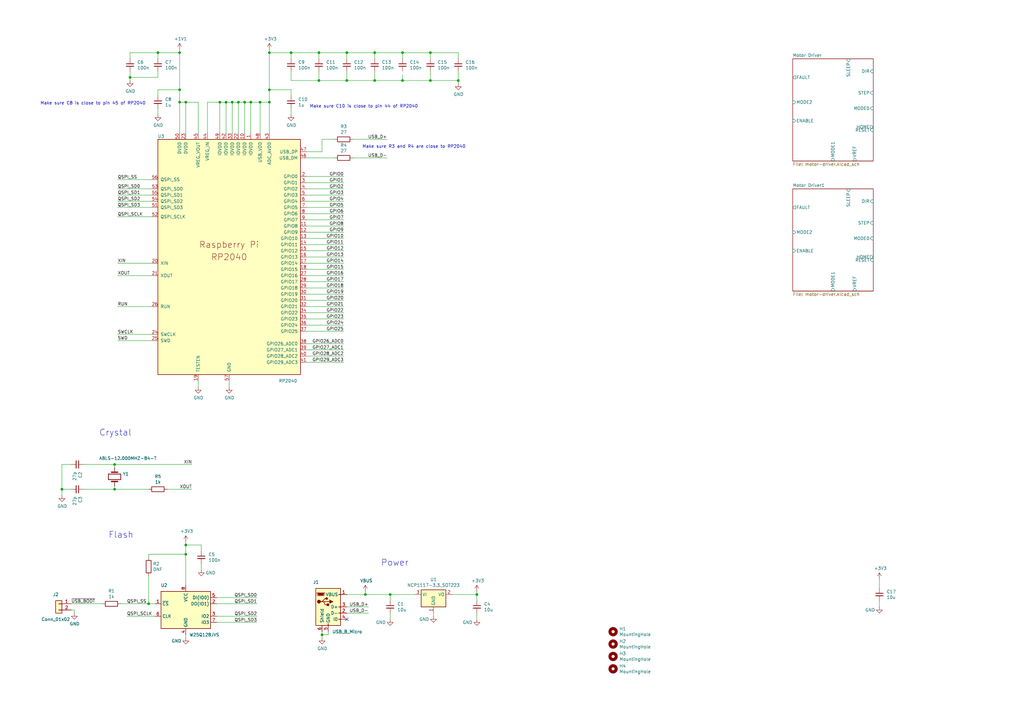
<source format=kicad_sch>
(kicad_sch (version 20230121) (generator eeschema)
  (paper "A3")
  (title_block (title "RP2040 Minimal Design Example") (date "2020-12-18") (rev "REV1") (company "Raspberry Pi (Trading) Ltd"))
  (lib_symbols
    (symbol "Connector_Generic:Conn_01x02" (pin_names (offset 1.016) hide)
      (property "Reference" "J" (at 0 2.54 0))
      (property "Value" "Conn_01x02" (at 0 -5.08 0))
      (symbol "Conn_01x02_1_1"
        (rectangle (start -1.27 -2.413) (end 0 -2.667) (stroke (width 0.1524)))
        (rectangle (start -1.27 0.127) (end 0 -0.127) (stroke (width 0.1524)))
        (rectangle (start -1.27 1.27) (end 1.27 -3.81) (stroke (width 0.254)) (fill (type background)))
        (pin passive line (at -5.08 0 0) (length 3.81) (name "Pin_1") (number "1"))
        (pin passive line (at -5.08 -2.54 0) (length 3.81) (name "Pin_2") (number "2"))
      )
    )
    (symbol "Device:C_Small" (pin_numbers hide) (pin_names (offset 0.254) hide)
      (property "Reference" "C" (at 0.254 1.778 0))
      (property "Value" "C_Small" (at 0.254 -2.032 0))
      (symbol "C_Small_0_1"
        (polyline (pts (xy -1.524 -0.508) (xy 1.524 -0.508)) (stroke (width 0.3302)))
        (polyline (pts (xy -1.524 0.508) (xy 1.524 0.508)) (stroke (width 0.3048)))
      )
      (symbol "C_Small_1_1"
        (pin passive line (at 0 2.54 270) (length 2.032) (name "~") (number "1"))
        (pin passive line (at 0 -2.54 90) (length 2.032) (name "~") (number "2"))
      )
    )
    (symbol "Device:Crystal" (pin_numbers hide) (pin_names (offset 1.016) hide)
      (property "Reference" "Y" (at 0 3.81 0))
      (property "Value" "Crystal" (at 0 -3.81 0))
      (symbol "Crystal_0_1"
        (rectangle (start -1.143 2.54) (end 1.143 -2.54) (stroke (width 0.3048)))
        (polyline (pts (xy -2.54 0) (xy -1.905 0)))
        (polyline (pts (xy -1.905 -1.27) (xy -1.905 1.27)) (stroke (width 0.508)))
        (polyline (pts (xy 1.905 -1.27) (xy 1.905 1.27)) (stroke (width 0.508)))
        (polyline (pts (xy 2.54 0) (xy 1.905 0)))
      )
      (symbol "Crystal_1_1"
        (pin passive line (at -3.81 0 0) (length 1.27) (name "1") (number "1"))
        (pin passive line (at 3.81 0 180) (length 1.27) (name "2") (number "2"))
      )
    )
    (symbol "Device:R" (pin_numbers hide) (pin_names (offset 0))
      (property "Reference" "R" (at 2.032 0 90))
      (property "Value" "R" (at 0 0 90))
      (symbol "R_0_1"
        (rectangle (start -1.016 -2.54) (end 1.016 2.54) (stroke (width 0.254)))
      )
      (symbol "R_1_1"
        (pin passive line (at 0 3.81 270) (length 1.27) (name "~") (number "1"))
        (pin passive line (at 0 -3.81 90) (length 1.27) (name "~") (number "2"))
      )
    )
    (symbol "MCU_RaspberryPi_RP2040:RP2040" (pin_names (offset 1.016))
      (property "Reference" "U" (at -29.21 49.53 0))
      (property "Value" "RP2040" (at 24.13 -49.53 0))
      (symbol "RP2040_0_0"
        (text "Raspberry Pi" (at 0 5.08 0) (effects (font (size 2.54 2.54))))
        (text "RP2040" (at 0 0 0) (effects (font (size 2.54 2.54))))
      )
      (symbol "RP2040_0_1"
        (rectangle (start 29.21 48.26) (end -29.21 -48.26) (stroke (width 0.254)) (fill (type background)))
      )
      (symbol "RP2040_1_1"
        (pin power_in line (at 8.89 50.8 270) (length 2.54) (name "IOVDD") (number "1"))
        (pin power_in line (at 6.35 50.8 270) (length 2.54) (name "IOVDD") (number "10"))
        (pin bidirectional line (at 31.75 12.7 180) (length 2.54) (name "GPIO8") (number "11"))
        (pin bidirectional line (at 31.75 10.16 180) (length 2.54) (name "GPIO9") (number "12"))
        (pin bidirectional line (at 31.75 7.62 180) (length 2.54) (name "GPIO10") (number "13"))
        (pin bidirectional line (at 31.75 5.08 180) (length 2.54) (name "GPIO11") (number "14"))
        (pin bidirectional line (at 31.75 2.54 180) (length 2.54) (name "GPIO12") (number "15"))
        (pin bidirectional line (at 31.75 0 180) (length 2.54) (name "GPIO13") (number "16"))
        (pin bidirectional line (at 31.75 -2.54 180) (length 2.54) (name "GPIO14") (number "17"))
        (pin bidirectional line (at 31.75 -5.08 180) (length 2.54) (name "GPIO15") (number "18"))
        (pin passive line (at -12.7 -50.8 90) (length 2.54) (name "TESTEN") (number "19"))
        (pin bidirectional line (at 31.75 33.02 180) (length 2.54) (name "GPIO0") (number "2"))
        (pin input line (at -31.75 -2.54 0) (length 2.54) (name "XIN") (number "20"))
        (pin passive line (at -31.75 -7.62 0) (length 2.54) (name "XOUT") (number "21"))
        (pin power_in line (at 3.81 50.8 270) (length 2.54) (name "IOVDD") (number "22"))
        (pin power_in line (at -17.78 50.8 270) (length 2.54) (name "DVDD") (number "23"))
        (pin output line (at -31.75 -31.75 0) (length 2.54) (name "SWCLK") (number "24"))
        (pin bidirectional line (at -31.75 -34.29 0) (length 2.54) (name "SWD") (number "25"))
        (pin input line (at -31.75 -20.32 0) (length 2.54) (name "RUN") (number "26"))
        (pin bidirectional line (at 31.75 -7.62 180) (length 2.54) (name "GPIO16") (number "27"))
        (pin bidirectional line (at 31.75 -10.16 180) (length 2.54) (name "GPIO17") (number "28"))
        (pin bidirectional line (at 31.75 -12.7 180) (length 2.54) (name "GPIO18") (number "29"))
        (pin bidirectional line (at 31.75 30.48 180) (length 2.54) (name "GPIO1") (number "3"))
        (pin bidirectional line (at 31.75 -15.24 180) (length 2.54) (name "GPIO19") (number "30"))
        (pin bidirectional line (at 31.75 -17.78 180) (length 2.54) (name "GPIO20") (number "31"))
        (pin bidirectional line (at 31.75 -20.32 180) (length 2.54) (name "GPIO21") (number "32"))
        (pin power_in line (at 1.27 50.8 270) (length 2.54) (name "IOVDD") (number "33"))
        (pin bidirectional line (at 31.75 -22.86 180) (length 2.54) (name "GPIO22") (number "34"))
        (pin bidirectional line (at 31.75 -25.4 180) (length 2.54) (name "GPIO23") (number "35"))
        (pin bidirectional line (at 31.75 -27.94 180) (length 2.54) (name "GPIO24") (number "36"))
        (pin bidirectional line (at 31.75 -30.48 180) (length 2.54) (name "GPIO25") (number "37"))
        (pin bidirectional line (at 31.75 -35.56 180) (length 2.54) (name "GPIO26_ADC0") (number "38"))
        (pin bidirectional line (at 31.75 -38.1 180) (length 2.54) (name "GPIO27_ADC1") (number "39"))
        (pin bidirectional line (at 31.75 27.94 180) (length 2.54) (name "GPIO2") (number "4"))
        (pin bidirectional line (at 31.75 -40.64 180) (length 2.54) (name "GPIO28_ADC2") (number "40"))
        (pin bidirectional line (at 31.75 -43.18 180) (length 2.54) (name "GPIO29_ADC3") (number "41"))
        (pin power_in line (at -1.27 50.8 270) (length 2.54) (name "IOVDD") (number "42"))
        (pin power_in line (at 16.51 50.8 270) (length 2.54) (name "ADC_AVDD") (number "43"))
        (pin power_in line (at -8.89 50.8 270) (length 2.54) (name "VREG_IN") (number "44"))
        (pin power_out line (at -12.7 50.8 270) (length 2.54) (name "VREG_VOUT") (number "45"))
        (pin bidirectional line (at 31.75 40.64 180) (length 2.54) (name "USB_DM") (number "46"))
        (pin bidirectional line (at 31.75 43.18 180) (length 2.54) (name "USB_DP") (number "47"))
        (pin power_in line (at 12.7 50.8 270) (length 2.54) (name "USB_VDD") (number "48"))
        (pin power_in line (at -3.81 50.8 270) (length 2.54) (name "IOVDD") (number "49"))
        (pin bidirectional line (at 31.75 25.4 180) (length 2.54) (name "GPIO3") (number "5"))
        (pin power_in line (at -20.32 50.8 270) (length 2.54) (name "DVDD") (number "50"))
        (pin bidirectional line (at -31.75 20.32 0) (length 2.54) (name "QSPI_SD3") (number "51"))
        (pin output line (at -31.75 16.51 0) (length 2.54) (name "QSPI_SCLK") (number "52"))
        (pin bidirectional line (at -31.75 27.94 0) (length 2.54) (name "QSPI_SD0") (number "53"))
        (pin bidirectional line (at -31.75 22.86 0) (length 2.54) (name "QSPI_SD2") (number "54"))
        (pin bidirectional line (at -31.75 25.4 0) (length 2.54) (name "QSPI_SD1") (number "55"))
        (pin bidirectional line (at -31.75 31.75 0) (length 2.54) (name "QSPI_SS") (number "56"))
        (pin power_in line (at 0 -50.8 90) (length 2.54) (name "GND") (number "57"))
        (pin bidirectional line (at 31.75 22.86 180) (length 2.54) (name "GPIO4") (number "6"))
        (pin bidirectional line (at 31.75 20.32 180) (length 2.54) (name "GPIO5") (number "7"))
        (pin bidirectional line (at 31.75 17.78 180) (length 2.54) (name "GPIO6") (number "8"))
        (pin bidirectional line (at 31.75 15.24 180) (length 2.54) (name "GPIO7") (number "9"))
      )
    )
    (symbol "Mechanical:MountingHole" (pin_names (offset 1.016))
      (property "Reference" "H" (at 0 5.08 0))
      (property "Value" "MountingHole" (at 0 3.175 0))
      (symbol "MountingHole_0_1"
        (circle (center 0 0) (radius 1.27) (stroke (width 1.27)))
      )
    )
    (symbol "Regulator_Linear:NCP1117-3.3_SOT223"
      (property "Reference" "U" (at -3.81 3.175 0))
      (property "Value" "NCP1117-3.3_SOT223" (at 0 3.175 0))
      (symbol "NCP1117-3.3_SOT223_0_1"
        (rectangle (start -5.08 -5.08) (end 5.08 1.905) (stroke (width 0.254)) (fill (type background)))
      )
      (symbol "NCP1117-3.3_SOT223_1_1"
        (pin power_in line (at 0 -7.62 90) (length 2.54) (name "GND") (number "1"))
        (pin power_out line (at 7.62 0 180) (length 2.54) (name "VO") (number "2"))
        (pin power_in line (at -7.62 0 0) (length 2.54) (name "VI") (number "3"))
      )
    )
    (symbol "power:+1V1" (power) (pin_names (offset 0))
      (property "Value" "+1V1" (at 0 3.556 0))
      (symbol "+1V1_0_1"
        (polyline (pts (xy -0.762 1.27) (xy 0 2.54)))
        (polyline (pts (xy 0 0) (xy 0 2.54)))
        (polyline (pts (xy 0 2.54) (xy 0.762 1.27)))
      )
      (symbol "+1V1_1_1"
        (pin power_in line (at 0 0 90) (length 0) hide (name "+1V1") (number "1"))
      )
    )
    (symbol "power:+3V3" (power) (pin_names (offset 0))
      (property "Value" "+3V3" (at 0 3.556 0))
      (symbol "+3V3_0_1"
        (polyline (pts (xy -0.762 1.27) (xy 0 2.54)))
        (polyline (pts (xy 0 0) (xy 0 2.54)))
        (polyline (pts (xy 0 2.54) (xy 0.762 1.27)))
      )
      (symbol "+3V3_1_1"
        (pin power_in line (at 0 0 90) (length 0) hide (name "+3V3") (number "1"))
      )
    )
    (symbol "power:GND" (power) (pin_names (offset 0))
      (property "Value" "GND" (at 0 -3.81 0))
      (symbol "GND_0_1"
        (polyline (pts (xy 0 0) (xy 0 -1.27) (xy 1.27 -1.27) (xy 0 -2.54) (xy -1.27 -1.27) (xy 0 -1.27)))
      )
      (symbol "GND_1_1"
        (pin power_in line (at 0 0 270) (length 0) hide (name "GND") (number "1"))
      )
    )
    (symbol "power:VBUS" (power) (pin_names (offset 0))
      (property "Value" "VBUS" (at 0 3.81 0))
      (symbol "VBUS_0_1"
        (polyline (pts (xy -0.762 1.27) (xy 0 2.54)))
        (polyline (pts (xy 0 0) (xy 0 2.54)))
        (polyline (pts (xy 0 2.54) (xy 0.762 1.27)))
      )
      (symbol "VBUS_1_1"
        (pin power_in line (at 0 0 90) (length 0) hide (name "VBUS") (number "1"))
      )
    )
    (symbol "tentacle-board-rescue:USB_B_Micro-Connector" (pin_names (offset 1.016))
      (property "Reference" "J" (at -5.08 11.43 0))
      (property "Value" "Connector_USB_B_Micro" (at -5.08 8.89 0))
      (symbol "USB_B_Micro-Connector_0_1"
        (rectangle (start -5.08 -7.62) (end 5.08 7.62) (stroke (width 0.254)) (fill (type background)))
        (circle (center -3.81 2.159) (radius 0.635) (stroke (width 0.254)) (fill (type outline)))
        (circle (center -0.635 3.429) (radius 0.381) (stroke (width 0.254)) (fill (type outline)))
        (rectangle (start -0.127 -7.62) (end 0.127 -6.858))
        (polyline (pts (xy -1.905 2.159) (xy 0.635 2.159)) (stroke (width 0.254)))
        (polyline (pts (xy -3.175 2.159) (xy -2.54 2.159) (xy -1.27 3.429) (xy -0.635 3.429)) (stroke (width 0.254)))
        (polyline (pts (xy -2.54 2.159) (xy -1.905 2.159) (xy -1.27 0.889) (xy 0 0.889)) (stroke (width 0.254)))
        (polyline (pts (xy 0.635 2.794) (xy 0.635 1.524) (xy 1.905 2.159) (xy 0.635 2.794)) (stroke (width 0.254)) (fill (type outline)))
        (polyline (pts (xy -4.318 5.588) (xy -1.778 5.588) (xy -2.032 4.826) (xy -4.064 4.826) (xy -4.318 5.588)) (fill (type outline)))
        (polyline (pts (xy -4.699 5.842) (xy -4.699 5.588) (xy -4.445 4.826) (xy -4.445 4.572) (xy -1.651 4.572) (xy -1.651 4.826) (xy -1.397 5.588) (xy -1.397 5.842) (xy -4.699 5.842)))
        (rectangle (start 0.254 1.27) (end -0.508 0.508) (stroke (width 0.254)) (fill (type outline)))
        (rectangle (start 5.08 -5.207) (end 4.318 -4.953))
        (rectangle (start 5.08 -2.667) (end 4.318 -2.413))
        (rectangle (start 5.08 -0.127) (end 4.318 0.127))
        (rectangle (start 5.08 4.953) (end 4.318 5.207))
      )
      (symbol "USB_B_Micro-Connector_1_1"
        (pin power_out line (at 7.62 5.08 180) (length 2.54) (name "VBUS") (number "1"))
        (pin passive line (at 7.62 -2.54 180) (length 2.54) (name "D-") (number "2"))
        (pin passive line (at 7.62 0 180) (length 2.54) (name "D+") (number "3"))
        (pin passive line (at 7.62 -5.08 180) (length 2.54) (name "ID") (number "4"))
        (pin power_out line (at 0 -10.16 90) (length 2.54) (name "GND") (number "5"))
        (pin passive line (at -2.54 -10.16 90) (length 2.54) (name "Shield") (number "6"))
      )
    )
    (symbol "tentacle-board-rescue:W25Q128JVS-Memory_Flash"
      (property "Reference" "U" (at -8.89 8.89 0))
      (property "Value" "Memory_Flash_W25Q128JVS" (at 7.62 8.89 0))
      (symbol "W25Q128JVS-Memory_Flash_0_1"
        (rectangle (start -10.16 7.62) (end 10.16 -7.62) (stroke (width 0.254)) (fill (type background)))
      )
      (symbol "W25Q128JVS-Memory_Flash_1_1"
        (pin input line (at -12.7 2.54 0) (length 2.54) (name "~{CS}") (number "1"))
        (pin bidirectional line (at 12.7 2.54 180) (length 2.54) (name "DO(IO1)") (number "2"))
        (pin bidirectional line (at 12.7 -2.54 180) (length 2.54) (name "IO2") (number "3"))
        (pin power_in line (at 0 -10.16 90) (length 2.54) (name "GND") (number "4"))
        (pin bidirectional line (at 12.7 5.08 180) (length 2.54) (name "DI(IO0)") (number "5"))
        (pin input line (at -12.7 -2.54 0) (length 2.54) (name "CLK") (number "6"))
        (pin bidirectional line (at 12.7 -5.08 180) (length 2.54) (name "IO3") (number "7"))
        (pin power_in line (at 0 10.16 270) (length 2.54) (name "VCC") (number "8"))
      )
    )
  )
  (junction (at 46.99 190.5))
  (junction (at 132.08 260.35))
  (junction (at 160.02 243.84))
  (junction (at 165.1 21.59))
  (junction (at 176.53 33.02))
  (junction (at 100.33 41.91))
  (junction (at 25.4 200.66))
  (junction (at 73.66 36.83))
  (junction (at 102.87 41.91))
  (junction (at 76.2 227.33))
  (junction (at 153.67 21.59))
  (junction (at 53.34 31.75))
  (junction (at 92.71 41.91))
  (junction (at 73.66 41.91))
  (junction (at 195.58 243.84))
  (junction (at 119.38 21.59))
  (junction (at 64.77 21.59))
  (junction (at 187.96 33.02))
  (junction (at 176.53 21.59))
  (junction (at 153.67 33.02))
  (junction (at 76.2 41.91))
  (junction (at 142.24 21.59))
  (junction (at 95.25 41.91))
  (junction (at 130.81 21.59))
  (junction (at 130.81 33.02))
  (junction (at 142.24 33.02))
  (junction (at 90.17 41.91))
  (junction (at 110.49 21.59))
  (junction (at 97.79 41.91))
  (junction (at 46.99 200.66))
  (junction (at 60.96 247.65))
  (junction (at 106.68 41.91))
  (junction (at 76.2 223.52))
  (junction (at 73.66 21.59))
  (junction (at 149.86 243.84))
  (junction (at 165.1 33.02))
  (junction (at 110.49 36.83))
  (junction (at 110.49 41.91))
  (no_connect (at 142.24 254))
  (wire (pts (xy 176.53 21.59) (xy 187.96 21.59)))
  (wire (pts (xy 165.1 21.59) (xy 176.53 21.59)))
  (wire (pts (xy 46.99 190.5) (xy 78.74 190.5)))
  (wire (pts (xy 62.23 137.16) (xy 48.26 137.16)))
  (wire (pts (xy 144.78 64.77) (xy 158.75 64.77)))
  (wire (pts (xy 52.07 252.73) (xy 63.5 252.73)))
  (wire (pts (xy 81.28 156.21) (xy 81.28 158.75)))
  (wire (pts (xy 73.66 20.32) (xy 73.66 21.59)))
  (wire (pts (xy 125.73 123.19) (xy 140.97 123.19)))
  (wire (pts (xy 48.26 85.09) (xy 62.23 85.09)))
  (wire (pts (xy 160.02 243.84) (xy 160.02 246.38)))
  (wire (pts (xy 134.62 259.08) (xy 134.62 260.35)))
  (wire (pts (xy 76.2 260.35) (xy 76.2 261.62)))
  (wire (pts (xy 125.73 125.73) (xy 140.97 125.73)))
  (wire (pts (xy 125.73 64.77) (xy 137.16 64.77)))
  (wire (pts (xy 81.28 54.61) (xy 81.28 41.91)))
  (wire (pts (xy 64.77 44.45) (xy 64.77 46.99)))
  (wire (pts (xy 142.24 248.92) (xy 151.13 248.92)))
  (wire (pts (xy 125.73 115.57) (xy 140.97 115.57)))
  (wire (pts (xy 130.81 33.02) (xy 119.38 33.02)))
  (wire (pts (xy 97.79 41.91) (xy 100.33 41.91)))
  (wire (pts (xy 62.23 125.73) (xy 48.26 125.73)))
  (wire (pts (xy 119.38 36.83) (xy 119.38 39.37)))
  (wire (pts (xy 110.49 36.83) (xy 119.38 36.83)))
  (wire (pts (xy 149.86 243.84) (xy 160.02 243.84)))
  (wire (pts (xy 125.73 133.35) (xy 140.97 133.35)))
  (wire (pts (xy 53.34 21.59) (xy 64.77 21.59)))
  (wire (pts (xy 165.1 33.02) (xy 153.67 33.02)))
  (wire (pts (xy 125.73 107.95) (xy 140.97 107.95)))
  (wire (pts (xy 142.24 21.59) (xy 142.24 24.13)))
  (wire (pts (xy 76.2 41.91) (xy 73.66 41.91)))
  (wire (pts (xy 187.96 33.02) (xy 187.96 34.29)))
  (wire (pts (xy 60.96 236.22) (xy 60.96 247.65)))
  (wire (pts (xy 144.78 57.15) (xy 158.75 57.15)))
  (wire (pts (xy 142.24 21.59) (xy 153.67 21.59)))
  (wire (pts (xy 165.1 21.59) (xy 165.1 24.13)))
  (wire (pts (xy 153.67 33.02) (xy 142.24 33.02)))
  (wire (pts (xy 95.25 41.91) (xy 97.79 41.91)))
  (wire (pts (xy 170.18 243.84) (xy 160.02 243.84)))
  (wire (pts (xy 62.23 88.9) (xy 48.26 88.9)))
  (wire (pts (xy 97.79 54.61) (xy 97.79 41.91)))
  (wire (pts (xy 25.4 200.66) (xy 29.21 200.66)))
  (wire (pts (xy 73.66 41.91) (xy 73.66 54.61)))
  (wire (pts (xy 149.86 242.57) (xy 149.86 243.84)))
  (wire (pts (xy 134.62 260.35) (xy 132.08 260.35)))
  (wire (pts (xy 34.29 190.5) (xy 46.99 190.5)))
  (wire (pts (xy 125.73 130.81) (xy 140.97 130.81)))
  (wire (pts (xy 153.67 29.21) (xy 153.67 33.02)))
  (wire (pts (xy 73.66 21.59) (xy 73.66 36.83)))
  (wire (pts (xy 34.29 200.66) (xy 46.99 200.66)))
  (wire (pts (xy 53.34 21.59) (xy 53.34 24.13)))
  (wire (pts (xy 125.73 95.25) (xy 140.97 95.25)))
  (wire (pts (xy 48.26 107.95) (xy 62.23 107.95)))
  (wire (pts (xy 62.23 113.03) (xy 48.26 113.03)))
  (wire (pts (xy 130.81 21.59) (xy 130.81 24.13)))
  (wire (pts (xy 360.68 237.49) (xy 360.68 241.3)))
  (wire (pts (xy 125.73 135.89) (xy 140.97 135.89)))
  (wire (pts (xy 53.34 31.75) (xy 53.34 33.02)))
  (wire (pts (xy 60.96 227.33) (xy 76.2 227.33)))
  (wire (pts (xy 125.73 92.71) (xy 140.97 92.71)))
  (wire (pts (xy 132.08 260.35) (xy 132.08 261.62)))
  (wire (pts (xy 62.23 73.66) (xy 48.26 73.66)))
  (wire (pts (xy 165.1 30.48) (xy 165.1 33.02)))
  (wire (pts (xy 176.53 21.59) (xy 176.53 24.13)))
  (wire (pts (xy 30.48 250.19) (xy 30.48 251.46)))
  (wire (pts (xy 176.53 33.02) (xy 187.96 33.02)))
  (wire (pts (xy 90.17 41.91) (xy 92.71 41.91)))
  (wire (pts (xy 64.77 36.83) (xy 64.77 39.37)))
  (wire (pts (xy 85.09 41.91) (xy 90.17 41.91)))
  (wire (pts (xy 110.49 21.59) (xy 119.38 21.59)))
  (wire (pts (xy 125.73 110.49) (xy 140.97 110.49)))
  (wire (pts (xy 48.26 82.55) (xy 62.23 82.55)))
  (wire (pts (xy 132.08 57.15) (xy 137.16 57.15)))
  (wire (pts (xy 93.98 156.21) (xy 93.98 158.75)))
  (wire (pts (xy 92.71 54.61) (xy 92.71 41.91)))
  (wire (pts (xy 153.67 21.59) (xy 165.1 21.59)))
  (wire (pts (xy 195.58 251.46) (xy 195.58 254)))
  (wire (pts (xy 88.9 247.65) (xy 105.41 247.65)))
  (wire (pts (xy 125.73 113.03) (xy 140.97 113.03)))
  (wire (pts (xy 68.58 200.66) (xy 78.74 200.66)))
  (wire (pts (xy 125.73 77.47) (xy 140.97 77.47)))
  (wire (pts (xy 125.73 128.27) (xy 140.97 128.27)))
  (wire (pts (xy 90.17 54.61) (xy 90.17 41.91)))
  (wire (pts (xy 125.73 97.79) (xy 140.97 97.79)))
  (wire (pts (xy 125.73 74.93) (xy 140.97 74.93)))
  (wire (pts (xy 153.67 21.59) (xy 153.67 24.13)))
  (wire (pts (xy 125.73 80.01) (xy 140.97 80.01)))
  (wire (pts (xy 142.24 251.46) (xy 151.13 251.46)))
  (wire (pts (xy 53.34 29.21) (xy 53.34 31.75)))
  (wire (pts (xy 110.49 36.83) (xy 110.49 41.91)))
  (wire (pts (xy 46.99 200.66) (xy 60.96 200.66)))
  (wire (pts (xy 85.09 54.61) (xy 85.09 41.91)))
  (wire (pts (xy 125.73 90.17) (xy 140.97 90.17)))
  (wire (pts (xy 125.73 118.11) (xy 140.97 118.11)))
  (wire (pts (xy 81.28 41.91) (xy 76.2 41.91)))
  (wire (pts (xy 187.96 29.21) (xy 187.96 33.02)))
  (wire (pts (xy 119.38 21.59) (xy 119.38 24.13)))
  (wire (pts (xy 60.96 228.6) (xy 60.96 227.33)))
  (wire (pts (xy 25.4 190.5) (xy 29.21 190.5)))
  (wire (pts (xy 49.53 247.65) (xy 60.96 247.65)))
  (wire (pts (xy 132.08 259.08) (xy 132.08 260.35)))
  (wire (pts (xy 125.73 87.63) (xy 140.97 87.63)))
  (wire (pts (xy 119.38 44.45) (xy 119.38 46.99)))
  (wire (pts (xy 125.73 102.87) (xy 140.97 102.87)))
  (wire (pts (xy 130.81 29.21) (xy 130.81 33.02)))
  (wire (pts (xy 73.66 36.83) (xy 73.66 41.91)))
  (wire (pts (xy 60.96 247.65) (xy 63.5 247.65)))
  (wire (pts (xy 29.21 250.19) (xy 30.48 250.19)))
  (wire (pts (xy 76.2 227.33) (xy 76.2 240.03)))
  (wire (pts (xy 125.73 62.23) (xy 132.08 62.23)))
  (wire (pts (xy 177.8 251.46) (xy 177.8 252.73)))
  (wire (pts (xy 102.87 41.91) (xy 106.68 41.91)))
  (wire (pts (xy 64.77 21.59) (xy 73.66 21.59)))
  (wire (pts (xy 142.24 243.84) (xy 149.86 243.84)))
  (wire (pts (xy 88.9 255.27) (xy 105.41 255.27)))
  (wire (pts (xy 125.73 85.09) (xy 140.97 85.09)))
  (wire (pts (xy 41.91 247.65) (xy 29.21 247.65)))
  (wire (pts (xy 142.24 33.02) (xy 130.81 33.02)))
  (wire (pts (xy 25.4 190.5) (xy 25.4 200.66)))
  (wire (pts (xy 46.99 191.77) (xy 46.99 190.5)))
  (wire (pts (xy 64.77 36.83) (xy 73.66 36.83)))
  (wire (pts (xy 142.24 29.21) (xy 142.24 33.02)))
  (wire (pts (xy 195.58 243.84) (xy 195.58 242.57)))
  (wire (pts (xy 125.73 82.55) (xy 140.97 82.55)))
  (wire (pts (xy 110.49 21.59) (xy 110.49 36.83)))
  (wire (pts (xy 160.02 251.46) (xy 160.02 254)))
  (wire (pts (xy 76.2 222.25) (xy 76.2 223.52)))
  (wire (pts (xy 48.26 77.47) (xy 62.23 77.47)))
  (wire (pts (xy 92.71 41.91) (xy 95.25 41.91)))
  (wire (pts (xy 176.53 29.21) (xy 176.53 33.02)))
  (wire (pts (xy 76.2 54.61) (xy 76.2 41.91)))
  (wire (pts (xy 76.2 223.52) (xy 76.2 227.33)))
  (wire (pts (xy 46.99 199.39) (xy 46.99 200.66)))
  (wire (pts (xy 106.68 41.91) (xy 110.49 41.91)))
  (wire (pts (xy 53.34 31.75) (xy 64.77 31.75)))
  (wire (pts (xy 64.77 21.59) (xy 64.77 24.13)))
  (wire (pts (xy 125.73 100.33) (xy 140.97 100.33)))
  (wire (pts (xy 185.42 243.84) (xy 195.58 243.84)))
  (wire (pts (xy 125.73 105.41) (xy 140.97 105.41)))
  (wire (pts (xy 88.9 245.11) (xy 105.41 245.11)))
  (wire (pts (xy 132.08 57.15) (xy 132.08 62.23)))
  (wire (pts (xy 88.9 252.73) (xy 105.41 252.73)))
  (wire (pts (xy 110.49 41.91) (xy 110.49 54.61)))
  (wire (pts (xy 82.55 223.52) (xy 76.2 223.52)))
  (wire (pts (xy 195.58 243.84) (xy 195.58 246.38)))
  (wire (pts (xy 119.38 29.21) (xy 119.38 33.02)))
  (wire (pts (xy 100.33 54.61) (xy 100.33 41.91)))
  (wire (pts (xy 125.73 72.39) (xy 140.97 72.39)))
  (wire (pts (xy 102.87 41.91) (xy 102.87 54.61)))
  (wire (pts (xy 176.53 33.02) (xy 165.1 33.02)))
  (wire (pts (xy 62.23 139.7) (xy 48.26 139.7)))
  (wire (pts (xy 130.81 21.59) (xy 142.24 21.59)))
  (wire (pts (xy 360.68 246.38) (xy 360.68 248.92)))
  (wire (pts (xy 95.25 54.61) (xy 95.25 41.91)))
  (wire (pts (xy 82.55 231.14) (xy 82.55 233.68)))
  (wire (pts (xy 100.33 41.91) (xy 102.87 41.91)))
  (wire (pts (xy 82.55 223.52) (xy 82.55 226.06)))
  (wire (pts (xy 125.73 143.51) (xy 140.97 143.51)))
  (wire (pts (xy 187.96 21.59) (xy 187.96 24.13)))
  (wire (pts (xy 48.26 80.01) (xy 62.23 80.01)))
  (wire (pts (xy 125.73 148.59) (xy 140.97 148.59)))
  (wire (pts (xy 125.73 140.97) (xy 140.97 140.97)))
  (wire (pts (xy 25.4 200.66) (xy 25.4 203.2)))
  (wire (pts (xy 119.38 21.59) (xy 130.81 21.59)))
  (wire (pts (xy 106.68 54.61) (xy 106.68 41.91)))
  (wire (pts (xy 64.77 29.21) (xy 64.77 31.75)))
  (wire (pts (xy 125.73 146.05) (xy 140.97 146.05)))
  (wire (pts (xy 110.49 20.32) (xy 110.49 21.59)))
  (wire (pts (xy 125.73 120.65) (xy 140.97 120.65)))
  (text "Flash" (at 44.45 220.98 0) (effects (font (size 2.54 2.54)) (justify left bottom)))
  (text "Power" (at 156.21 232.41 0) (effects (font (size 2.54 2.54)) (justify left bottom)))
  (text "Crystal" (at 40.64 179.07 0) (effects (font (size 2.54 2.54)) (justify left bottom)))
  (text "Make sure C8 is close to pin 45 of RP2040" (at 16.51 43.18 0) (effects (font (size 1.27 1.27)) (justify left bottom)))
  (text "Make sure R3 and R4 are close to RP2040" (at 148.59 60.96 0) (effects (font (size 1.27 1.27)) (justify left bottom)))
  (text "Make sure C10 is close to pin 44 of RP2040" (at 127 44.45 0) (effects (font (size 1.27 1.27)) (justify left bottom)))
  (label "GPIO27_ADC1" (at 140.97 143.51 180))
  (label "GPIO24" (at 140.97 133.35 180))
  (label "GPIO25" (at 140.97 135.89 180))
  (label "GPIO9" (at 140.97 95.25 180))
  (label "XIN" (at 48.26 107.95 0))
  (label "USB_D+" (at 151.13 248.92 180))
  (label "QSPI_SD0" (at 105.41 245.11 180))
  (label "GPIO6" (at 140.97 87.63 180))
  (label "GPIO7" (at 140.97 90.17 180))
  (label "RUN" (at 48.26 125.73 0))
  (label "QSPI_SD2" (at 48.26 82.55 0))
  (label "USB_D-" (at 158.75 64.77 180))
  (label "GPIO10" (at 140.97 97.79 180))
  (label "QSPI_SCLK" (at 48.26 88.9 0))
  (label "GPIO19" (at 140.97 120.65 180))
  (label "GPIO28_ADC2" (at 140.97 146.05 180))
  (label "SWCLK" (at 48.26 137.16 0))
  (label "GPIO22" (at 140.97 128.27 180))
  (label "GPIO12" (at 140.97 102.87 180))
  (label "GPIO4" (at 140.97 82.55 180))
  (label "QSPI_SD1" (at 48.26 80.01 0))
  (label "GPIO1" (at 140.97 74.93 180))
  (label "SWD" (at 48.26 139.7 0))
  (label "GPIO13" (at 140.97 105.41 180))
  (label "GPIO15" (at 140.97 110.49 180))
  (label "QSPI_SD3" (at 48.26 85.09 0))
  (label "GPIO26_ADC0" (at 140.97 140.97 180))
  (label "GPIO0" (at 140.97 72.39 180))
  (label "QSPI_SD2" (at 105.41 252.73 180))
  (label "GPIO11" (at 140.97 100.33 180))
  (label "GPIO8" (at 140.97 92.71 180))
  (label "GPIO2" (at 140.97 77.47 180))
  (label "~{USB_BOOT}" (at 29.21 247.65 0))
  (label "GPIO14" (at 140.97 107.95 180))
  (label "GPIO18" (at 140.97 118.11 180))
  (label "QSPI_SCLK" (at 52.07 252.73 0))
  (label "XOUT" (at 48.26 113.03 0))
  (label "XIN" (at 78.74 190.5 180))
  (label "GPIO23" (at 140.97 130.81 180))
  (label "GPIO5" (at 140.97 85.09 180))
  (label "QSPI_SD1" (at 105.41 247.65 180))
  (label "GPIO20" (at 140.97 123.19 180))
  (label "QSPI_SD3" (at 105.41 255.27 180))
  (label "GPIO3" (at 140.97 80.01 180))
  (label "QSPI_SS" (at 52.07 247.65 0))
  (label "QSPI_SD0" (at 48.26 77.47 0))
  (label "QSPI_SS" (at 48.26 73.66 0))
  (label "XOUT" (at 78.74 200.66 180))
  (label "USB_D+" (at 158.75 57.15 180))
  (label "GPIO21" (at 140.97 125.73 180))
  (label "GPIO17" (at 140.97 115.57 180))
  (label "USB_D-" (at 151.13 251.46 180))
  (label "GPIO16" (at 140.97 113.03 180))
  (label "GPIO29_ADC3" (at 140.97 148.59 180))
  (symbol (lib_id "MCU_RaspberryPi_RP2040:RP2040") (at 93.98 105.41 0) (unit 1)
    (property "Reference" "U3" (at 66.04 55.88 0))
    (property "Value" "RP2040" (at 118.11 156.21 0))
    (property "Footprint" "RP2040_minimal:RP2040-QFN-56" (effects hide))
  )
  (symbol (lib_id "Device:C_Small") (at 31.75 190.5 270) (unit 1)
    (property "Reference" "C2" (at 32.9184 193.421 0) (effects (justify left)))
    (property "Value" "27p" (at 30.607 193.421 0) (effects (justify left)))
    (property "Footprint" "Capacitor_SMD:C_0402_1005Metric" (effects hide))
  )
  (symbol (lib_id "Device:C_Small") (at 31.75 200.66 270) (unit 1)
    (property "Reference" "C3" (at 32.9184 203.581 0) (effects (justify left)))
    (property "Value" "27p" (at 30.607 203.581 0) (effects (justify left)))
    (property "Footprint" "Capacitor_SMD:C_0402_1005Metric" (effects hide))
  )
  (symbol (lib_id "power:GND") (at 25.4 203.2 0) (unit 1)
    (property "Reference" "#PWR06" (effects hide))
    (property "Value" "GND" (at 25.527 207.5942 0))
  )
  (symbol (lib_id "tentacle-board-rescue:W25Q128JVS-Memory_Flash") (at 76.2 250.19 0) (unit 1)
    (property "Reference" "U2" (at 67.31 240.03 0))
    (property "Value" "W25Q128JVS" (at 83.82 260.35 0))
    (property "Footprint" "Package_SO:SOIC-8_5.23x5.23mm_P1.27mm" (effects hide))
    (property "Datasheet" "http://www.winbond.com/resource-files/w25q128jv_dtr%20revc%2003272018%20plus.pdf" (effects hide))
  )
  (symbol (lib_id "power:+3V3") (at 76.2 222.25 0) (unit 1)
    (property "Reference" "#PWR07" (effects hide))
    (property "Value" "+3V3" (at 76.581 217.8558 0))
  )
  (symbol (lib_id "power:GND") (at 76.2 261.62 0) (unit 1)
    (property "Reference" "#PWR08" (effects hide))
    (property "Value" "GND" (at 72.39 262.89 0))
  )
  (symbol (lib_id "Device:R") (at 60.96 232.41 0) (unit 1)
    (property "Reference" "R2" (at 62.738 231.2416 0) (effects (justify left)))
    (property "Value" "DNF" (at 62.738 233.553 0) (effects (justify left)))
    (property "Footprint" "Capacitor_SMD:C_0402_1005Metric" (effects hide))
  )
  (symbol (lib_id "Device:R") (at 45.72 247.65 270) (unit 1)
    (property "Reference" "R1" (at 45.72 242.3922 90))
    (property "Value" "1k" (at 45.72 244.7036 90))
    (property "Footprint" "Capacitor_SMD:C_0402_1005Metric" (effects hide))
  )
  (symbol (lib_id "Device:C_Small") (at 82.55 228.6 0) (unit 1)
    (property "Reference" "C5" (at 85.471 227.4316 0) (effects (justify left)))
    (property "Value" "100n" (at 85.471 229.743 0) (effects (justify left)))
    (property "Footprint" "Capacitor_SMD:C_0402_1005Metric" (effects hide))
  )
  (symbol (lib_id "power:GND") (at 82.55 233.68 0) (unit 1)
    (property "Reference" "#PWR011" (effects hide))
    (property "Value" "GND" (at 86.36 234.95 0))
  )
  (symbol (lib_id "tentacle-board-rescue:USB_B_Micro-Connector") (at 134.62 248.92 0) (unit 1)
    (property "Reference" "J1" (at 130.81 238.76 0) (effects (justify right)))
    (property "Value" "USB_B_Micro" (at 148.59 259.08 0) (effects (justify right)))
    (property "Footprint" "RP2040_minimal:USB_Micro-B_Amphenol_10103594-0001LF_Horizontal_modified" (effects hide))
  )
  (symbol (lib_id "power:GND") (at 93.98 158.75 0) (unit 1)
    (property "Reference" "#PWR016" (effects hide))
    (property "Value" "GND" (at 94.107 163.1442 0))
  )
  (symbol (lib_id "power:GND") (at 81.28 158.75 0) (unit 1)
    (property "Reference" "#PWR015" (effects hide))
    (property "Value" "GND" (at 81.407 163.1442 0))
  )
  (symbol (lib_id "Device:R") (at 140.97 57.15 270) (unit 1)
    (property "Reference" "R3" (at 140.97 51.8922 90))
    (property "Value" "27" (at 140.97 54.2036 90))
    (property "Footprint" "Capacitor_SMD:C_0402_1005Metric" (effects hide))
  )
  (symbol (lib_id "Device:R") (at 140.97 64.77 270) (unit 1)
    (property "Reference" "R4" (at 140.97 59.5122 90))
    (property "Value" "27" (at 140.97 61.8236 90))
    (property "Footprint" "Capacitor_SMD:C_0402_1005Metric" (effects hide))
  )
  (symbol (lib_id "power:GND") (at 132.08 261.62 0) (unit 1)
    (property "Reference" "#PWR01" (effects hide))
    (property "Value" "GND" (at 132.207 266.0142 0))
  )
  (symbol (lib_id "power:+3V3") (at 110.49 20.32 0) (unit 1)
    (property "Reference" "#PWR017" (effects hide))
    (property "Value" "+3V3" (at 110.871 15.9258 0))
  )
  (symbol (lib_id "power:+1V1") (at 73.66 20.32 0) (unit 1)
    (property "Reference" "#PWR014" (effects hide))
    (property "Value" "+1V1" (at 74.041 15.9258 0))
  )
  (symbol (lib_id "Device:C_Small") (at 119.38 26.67 0) (unit 1)
    (property "Reference" "C9" (at 122.301 25.5016 0) (effects (justify left)))
    (property "Value" "100n" (at 122.301 27.813 0) (effects (justify left)))
    (property "Footprint" "Capacitor_SMD:C_0402_1005Metric" (effects hide))
  )
  (symbol (lib_id "Device:C_Small") (at 130.81 26.67 0) (unit 1)
    (property "Reference" "C11" (at 133.731 25.5016 0) (effects (justify left)))
    (property "Value" "100n" (at 133.731 27.813 0) (effects (justify left)))
    (property "Footprint" "Capacitor_SMD:C_0402_1005Metric" (effects hide))
  )
  (symbol (lib_id "Device:C_Small") (at 142.24 26.67 0) (unit 1)
    (property "Reference" "C12" (at 145.161 25.5016 0) (effects (justify left)))
    (property "Value" "100n" (at 145.161 27.813 0) (effects (justify left)))
    (property "Footprint" "Capacitor_SMD:C_0402_1005Metric" (effects hide))
  )
  (symbol (lib_id "Device:C_Small") (at 153.67 26.67 0) (unit 1)
    (property "Reference" "C13" (at 156.591 25.5016 0) (effects (justify left)))
    (property "Value" "100n" (at 156.591 27.813 0) (effects (justify left)))
    (property "Footprint" "Capacitor_SMD:C_0402_1005Metric" (effects hide))
  )
  (symbol (lib_id "Device:C_Small") (at 165.1 26.67 0) (unit 1)
    (property "Reference" "C14" (at 168.021 25.5016 0) (effects (justify left)))
    (property "Value" "100n" (at 168.021 27.813 0) (effects (justify left)))
    (property "Footprint" "Capacitor_SMD:C_0402_1005Metric" (effects hide))
  )
  (symbol (lib_id "Device:C_Small") (at 176.53 26.67 0) (unit 1)
    (property "Reference" "C15" (at 179.451 25.5016 0) (effects (justify left)))
    (property "Value" "100n" (at 179.451 27.813 0) (effects (justify left)))
    (property "Footprint" "Capacitor_SMD:C_0402_1005Metric" (effects hide))
  )
  (symbol (lib_id "Device:C_Small") (at 187.96 26.67 0) (unit 1)
    (property "Reference" "C16" (at 190.881 25.5016 0) (effects (justify left)))
    (property "Value" "100n" (at 190.881 27.813 0) (effects (justify left)))
    (property "Footprint" "Capacitor_SMD:C_0402_1005Metric" (effects hide))
  )
  (symbol (lib_id "Device:C_Small") (at 53.34 26.67 0) (unit 1)
    (property "Reference" "C6" (at 56.261 25.5016 0) (effects (justify left)))
    (property "Value" "100n" (at 56.261 27.813 0) (effects (justify left)))
    (property "Footprint" "Capacitor_SMD:C_0402_1005Metric" (effects hide))
  )
  (symbol (lib_id "Device:C_Small") (at 64.77 26.67 0) (unit 1)
    (property "Reference" "C7" (at 67.691 25.5016 0) (effects (justify left)))
    (property "Value" "100n" (at 67.691 27.813 0) (effects (justify left)))
    (property "Footprint" "Capacitor_SMD:C_0402_1005Metric" (effects hide))
  )
  (symbol (lib_id "Device:C_Small") (at 64.77 41.91 0) (unit 1)
    (property "Reference" "C8" (at 67.691 40.7416 0) (effects (justify left)))
    (property "Value" "1u" (at 67.691 43.053 0) (effects (justify left)))
    (property "Footprint" "Capacitor_SMD:C_0402_1005Metric" (effects hide))
  )
  (symbol (lib_id "Device:C_Small") (at 119.38 41.91 0) (unit 1)
    (property "Reference" "C10" (at 122.301 40.7416 0) (effects (justify left)))
    (property "Value" "1u" (at 122.301 43.053 0) (effects (justify left)))
    (property "Footprint" "Capacitor_SMD:C_0402_1005Metric" (effects hide))
  )
  (symbol (lib_id "Mechanical:MountingHole") (at 251.46 259.08 0) (unit 1)
    (property "Reference" "H1" (at 254 257.9116 0) (effects (justify left)))
    (property "Value" "MountingHole" (at 254 260.223 0) (effects (justify left)))
    (property "Footprint" "MountingHole:MountingHole_2.7mm_M2.5" (effects hide))
  )
  (symbol (lib_id "Mechanical:MountingHole") (at 251.46 264.16 0) (unit 1)
    (property "Reference" "H2" (at 254 262.9916 0) (effects (justify left)))
    (property "Value" "MountingHole" (at 254 265.303 0) (effects (justify left)))
    (property "Footprint" "MountingHole:MountingHole_2.7mm_M2.5" (effects hide))
  )
  (symbol (lib_id "Mechanical:MountingHole") (at 251.46 269.24 0) (unit 1)
    (property "Reference" "H3" (at 254 268.0716 0) (effects (justify left)))
    (property "Value" "MountingHole" (at 254 270.383 0) (effects (justify left)))
    (property "Footprint" "MountingHole:MountingHole_2.7mm_M2.5" (effects hide))
  )
  (symbol (lib_id "Mechanical:MountingHole") (at 251.46 274.32 0) (unit 1)
    (property "Reference" "H4" (at 254 273.1516 0) (effects (justify left)))
    (property "Value" "MountingHole" (at 254 275.463 0) (effects (justify left)))
    (property "Footprint" "MountingHole:MountingHole_2.7mm_M2.5" (effects hide))
  )
  (symbol (lib_id "power:GND") (at 187.96 34.29 0) (unit 1)
    (property "Reference" "#PWR023" (effects hide))
    (property "Value" "GND" (at 188.087 38.6842 0))
  )
  (symbol (lib_id "power:GND") (at 53.34 33.02 0) (unit 1)
    (property "Reference" "#PWR012" (effects hide))
    (property "Value" "GND" (at 53.467 37.4142 0))
  )
  (symbol (lib_id "power:GND") (at 64.77 46.99 0) (unit 1)
    (property "Reference" "#PWR013" (effects hide))
    (property "Value" "GND" (at 64.897 51.3842 0))
  )
  (symbol (lib_id "power:GND") (at 119.38 46.99 0) (unit 1)
    (property "Reference" "#PWR018" (effects hide))
    (property "Value" "GND" (at 119.507 51.3842 0))
  )
  (symbol (lib_id "Regulator_Linear:NCP1117-3.3_SOT223") (at 177.8 243.84 0) (unit 1)
    (property "Reference" "U1" (at 177.8 237.6932 0))
    (property "Value" "NCP1117-3.3_SOT223" (at 177.8 240.0046 0))
    (property "Footprint" "Package_TO_SOT_SMD:SOT-223-3_TabPin2" (effects hide))
    (property "Datasheet" "http://www.onsemi.com/pub_link/Collateral/NCP1117-D.PDF" (effects hide))
  )
  (symbol (lib_id "power:VBUS") (at 149.86 242.57 0) (unit 1)
    (property "Reference" "#PWR03" (effects hide))
    (property "Value" "VBUS" (at 150.241 238.1758 0))
  )
  (symbol (lib_id "power:GND") (at 177.8 252.73 0) (unit 1)
    (property "Reference" "#PWR05" (effects hide))
    (property "Value" "GND" (at 173.99 254 0))
  )
  (symbol (lib_id "power:+3V3") (at 195.58 242.57 0) (unit 1)
    (property "Reference" "#PWR09" (effects hide))
    (property "Value" "+3V3" (at 195.961 238.1758 0))
  )
  (symbol (lib_id "Device:C_Small") (at 160.02 248.92 0) (unit 1)
    (property "Reference" "C1" (at 162.941 247.7516 0) (effects (justify left)))
    (property "Value" "10u" (at 162.941 250.063 0) (effects (justify left)))
    (property "Footprint" "Capacitor_SMD:C_0805_2012Metric" (effects hide))
  )
  (symbol (lib_id "Device:C_Small") (at 195.58 248.92 0) (unit 1)
    (property "Reference" "C4" (at 198.501 247.7516 0) (effects (justify left)))
    (property "Value" "10u" (at 198.501 250.063 0) (effects (justify left)))
    (property "Footprint" "Capacitor_SMD:C_0805_2012Metric" (effects hide))
  )
  (symbol (lib_id "power:GND") (at 160.02 254 0) (unit 1)
    (property "Reference" "#PWR04" (effects hide))
    (property "Value" "GND" (at 156.21 255.27 0))
  )
  (symbol (lib_id "power:GND") (at 195.58 254 0) (unit 1)
    (property "Reference" "#PWR010" (effects hide))
    (property "Value" "GND" (at 191.77 255.27 0))
  )
  (symbol (lib_id "Device:R") (at 64.77 200.66 270) (unit 1)
    (property "Reference" "R5" (at 64.77 195.4022 90))
    (property "Value" "1k" (at 64.77 197.7136 90))
    (property "Footprint" "Capacitor_SMD:C_0402_1005Metric" (effects hide))
  )
  (symbol (lib_id "Device:Crystal") (at 46.99 195.58 270) (unit 1)
    (property "Reference" "Y1" (at 50.3174 194.4116 90) (effects (justify left)))
    (property "Value" "ABLS-12.000MHZ-B4-T" (at 40.64 187.96 90) (effects (justify left)))
    (property "Footprint" "RP2040_minimal:Crystal_SMD_HC49-US" (effects hide))
  )
  (symbol (lib_id "power:+3V3") (at 360.68 237.49 0) (unit 1)
    (property "Reference" "#PWR024" (effects hide))
    (property "Value" "+3V3" (at 361.061 233.0958 0))
  )
  (symbol (lib_id "Device:C_Small") (at 360.68 243.84 0) (unit 1)
    (property "Reference" "C17" (at 363.601 242.6716 0) (effects (justify left)))
    (property "Value" "10u" (at 363.601 244.983 0) (effects (justify left)))
    (property "Footprint" "Capacitor_SMD:C_0805_2012Metric" (effects hide))
  )
  (symbol (lib_id "power:GND") (at 360.68 248.92 0) (unit 1)
    (property "Reference" "#PWR025" (effects hide))
    (property "Value" "GND" (at 356.87 250.19 0))
  )
  (symbol (lib_id "Connector_Generic:Conn_01x02") (at 24.13 247.65 0) (mirror y) (unit 1)
    (property "Reference" "J2" (at 22.86 243.84 0))
    (property "Value" "Conn_01x02" (at 22.86 254 0))
    (property "Footprint" "Connector_PinHeader_2.54mm:PinHeader_1x02_P2.54mm_Vertical" (effects hide))
  )
  (symbol (lib_id "power:GND") (at 30.48 251.46 0) (unit 1)
    (property "Reference" "#PWR02" (effects hide))
    (property "Value" "GND" (at 30.607 255.8542 0))
  )
  (sheet (at 325.12 77.47) (size 33.02 41.91) (stroke (width 0.1524))
    (property "Sheetname" "Motor Driver1" (at 325.12 76.7584 0) (effects (justify left bottom)))
    (property "Sheetfile" "motor-driver.kicad_sch" (at 325.12 119.9646 0) (effects (justify left top)))
    (pin "FAULT" output (at 325.12 85.09 180))
    (pin "MODE2" input (at 325.12 95.25 180))
    (pin "ENABLE" input (at 325.12 102.87 180))
    (pin "MODE1" input (at 341.63 119.38 270))
    (pin "RESET" input (at 358.14 106.68 0))
    (pin "MODE0" input (at 358.14 97.79 0))
    (pin "STEP" input (at 358.14 91.44 0))
    (pin "SLEEP" input (at 347.98 77.47 90))
    (pin "DIR" input (at 358.14 82.55 0))
    (pin "VREF" input (at 350.52 119.38 270))
    (pin "HOME" output (at 358.14 105.41 0))
  )
  (sheet (at 325.12 24.13) (size 33.02 41.91) (stroke (width 0.1524))
    (property "Sheetname" "Motor Driver" (at 325.12 23.4184 0) (effects (justify left bottom)))
    (property "Sheetfile" "motor-driver.kicad_sch" (at 325.12 66.6246 0) (effects (justify left top)))
    (pin "FAULT" output (at 325.12 31.75 180))
    (pin "MODE2" input (at 325.12 41.91 180))
    (pin "ENABLE" input (at 325.12 49.53 180))
    (pin "MODE1" input (at 341.63 66.04 270))
    (pin "RESET" input (at 358.14 53.34 0))
    (pin "MODE0" input (at 358.14 44.45 0))
    (pin "STEP" input (at 358.14 38.1 0))
    (pin "SLEEP" input (at 347.98 24.13 90))
    (pin "DIR" input (at 358.14 29.21 0))
    (pin "VREF" input (at 350.52 66.04 270))
    (pin "HOME" output (at 358.14 52.07 0))
  )
)
</source>
